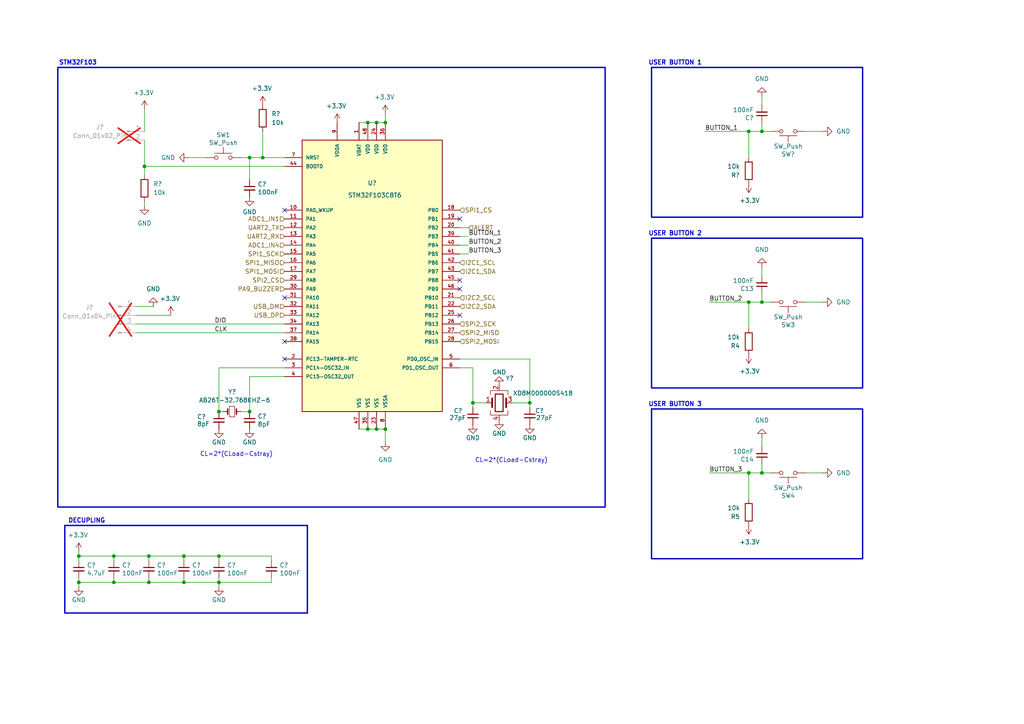
<source format=kicad_sch>
(kicad_sch (version 20250114) (generator "eeschema") (generator_version "9.0")
  (paper "A4")
  (title_block (title "Mini Power Logger") (date "2025-11-06") (rev "V0.1") (company "Mergened") (comment 1 "oesen@mergened.com") (comment 2 "Designed by: Oğuzhan EŞEN"))
  (lib_symbols
    (symbol "Connector:Conn_01x02_Pin" (pin_names (offset 1.016) (hide yes))
      (property "Reference" "J" (at 0 2.54 0))
      (property "Value" "Conn_01x02_Pin" (at 0 -5.08 0))
      (symbol "Conn_01x02_Pin_1_1"
        (pin passive line (at 5.08 0 180) (length 3.81) (name "Pin_1") (number "1"))
        (pin passive line (at 5.08 -2.54 180) (length 3.81) (name "Pin_2") (number "2"))
      )
    )
    (symbol "Connector:Conn_01x04_Pin" (pin_names (offset 1.016) (hide yes))
      (property "Reference" "J" (at 0 5.08 0))
      (property "Value" "Conn_01x04_Pin" (at 0 -7.62 0))
      (symbol "Conn_01x04_Pin_1_1"
        (pin passive line (at 5.08 2.54 180) (length 3.81) (name "Pin_1") (number "1"))
        (pin passive line (at 5.08 0 180) (length 3.81) (name "Pin_2") (number "2"))
        (pin passive line (at 5.08 -2.54 180) (length 3.81) (name "Pin_3") (number "3"))
        (pin passive line (at 5.08 -5.08 180) (length 3.81) (name "Pin_4") (number "4"))
      )
    )
    (symbol "Device:C_Small" (pin_numbers (hide yes)) (pin_names (offset 0.254) (hide yes))
      (property "Reference" "C" (at 0.254 1.778 0))
      (property "Value" "C_Small" (at 0.254 -2.032 0))
      (symbol "C_Small_1_1"
        (pin passive line (at 0 2.54 270) (length 2.032) (name "~") (number "1"))
        (pin passive line (at 0 -2.54 90) (length 2.032) (name "~") (number "2"))
      )
    )
    (symbol "Device:Crystal_GND24" (pin_names (offset 1.016) (hide yes))
      (property "Reference" "Y" (at 3.175 5.08 0))
      (property "Value" "Crystal_GND24" (at 3.175 3.175 0))
      (symbol "Crystal_GND24_1_1"
        (pin passive line (at -3.81 0 0) (length 1.27) (name "1") (number "1"))
        (pin passive line (at 0 5.08 270) (length 1.27) (name "2") (number "2"))
        (pin passive line (at 0 -5.08 90) (length 1.27) (name "4") (number "4"))
        (pin passive line (at 3.81 0 180) (length 1.27) (name "3") (number "3"))
      )
    )
    (symbol "Device:Crystal_Small" (pin_numbers (hide yes)) (pin_names (offset 1.016) (hide yes))
      (property "Reference" "Y" (at 0 2.54 0))
      (property "Value" "Crystal_Small" (at 0 -2.54 0))
      (symbol "Crystal_Small_1_1"
        (pin passive line (at -2.54 0 0) (length 1.27) (name "1") (number "1"))
        (pin passive line (at 2.54 0 180) (length 1.27) (name "2") (number "2"))
      )
    )
    (symbol "Device:R" (pin_numbers (hide yes)) (pin_names (offset 0))
      (property "Reference" "R" (at 2.032 0 90))
      (property "Value" "R" (at 0 0 90))
      (symbol "R_1_1"
        (pin passive line (at 0 3.81 270) (length 1.27) (name "~") (number "1"))
        (pin passive line (at 0 -3.81 90) (length 1.27) (name "~") (number "2"))
      )
    )
    (symbol "GND_1" (power) (pin_numbers (hide yes)) (pin_names (offset 0) (hide yes))
      (property "Value" "GND" (at 0 -3.81 0))
      (symbol "GND_1_1_1"
        (pin power_in line (at 0 0 270) (length 0) (name "~") (number "1"))
      )
    )
    (symbol "GND_2" (power) (pin_numbers (hide yes)) (pin_names (offset 0) (hide yes))
      (property "Value" "GND" (at 0 -3.81 0))
      (symbol "GND_2_1_1"
        (pin power_in line (at 0 0 270) (length 0) (name "~") (number "1"))
      )
    )
    (symbol "STM32F103C8T6:STM32F103C8T6" (pin_names (offset 1.016))
      (property "Reference" "U8" (at 0 28.194 0))
      (property "Value" "STM32F103C8T6" (at 0.762 24.638 0))
      (symbol "STM32F103C8T6_0_0"
        (pin input line (at -25.4 35.56 0) (length 5.08) (name "NRST") (number "7"))
        (pin input line (at -25.4 33.02 0) (length 5.08) (name "BOOT0") (number "44"))
        (pin bidirectional line (at -25.4 20.32 0) (length 5.08) (name "PA0_WKUP") (number "10"))
        (pin bidirectional line (at -25.4 17.78 0) (length 5.08) (name "PA1") (number "11"))
        (pin bidirectional line (at -25.4 15.24 0) (length 5.08) (name "PA2") (number "12"))
        (pin bidirectional line (at -25.4 12.7 0) (length 5.08) (name "PA3") (number "13"))
        (pin bidirectional line (at -25.4 10.16 0) (length 5.08) (name "PA4") (number "14"))
        (pin bidirectional line (at -25.4 7.62 0) (length 5.08) (name "PA5") (number "15"))
        (pin bidirectional line (at -25.4 5.08 0) (length 5.08) (name "PA6") (number "16"))
        (pin bidirectional line (at -25.4 2.54 0) (length 5.08) (name "PA7") (number "17"))
        (pin bidirectional line (at -25.4 0 0) (length 5.08) (name "PA8") (number "29"))
        (pin bidirectional line (at -25.4 -2.54 0) (length 5.08) (name "PA9") (number "30"))
        (pin bidirectional line (at -25.4 -5.08 0) (length 5.08) (name "PA10") (number "31"))
        (pin bidirectional line (at -25.4 -7.62 0) (length 5.08) (name "PA11") (number "32"))
        (pin bidirectional line (at -25.4 -10.16 0) (length 5.08) (name "PA12") (number "33"))
        (pin bidirectional line (at -25.4 -12.7 0) (length 5.08) (name "PA13") (number "34"))
        (pin bidirectional line (at -25.4 -15.24 0) (length 5.08) (name "PA14") (number "37"))
        (pin bidirectional line (at -25.4 -17.78 0) (length 5.08) (name "PA15") (number "38"))
        (pin bidirectional line (at -25.4 -22.86 0) (length 5.08) (name "PC13-TAMPER-RTC") (number "2"))
        (pin bidirectional line (at -25.4 -25.4 0) (length 5.08) (name "PC14-OSC32_IN") (number "3"))
        (pin bidirectional line (at -25.4 -27.94 0) (length 5.08) (name "PC15-OSC32_OUT") (number "4"))
        (pin power_in line (at -10.16 45.72 270) (length 5.08) (name "VDDA") (number "9"))
        (pin bidirectional line (at -3.81 45.72 270) (length 5.08) (name "VBAT") (number "1"))
        (pin power_in line (at -3.81 -43.18 90) (length 5.08) (name "VSS") (number "47"))
        (pin power_in line (at -1.27 45.72 270) (length 5.08) (name "VDD") (number "48"))
        (pin power_in line (at -1.27 -43.18 90) (length 5.08) (name "VSS") (number "35"))
        (pin power_in line (at 1.27 45.72 270) (length 5.08) (name "VDD") (number "24"))
        (pin power_in line (at 1.27 -43.18 90) (length 5.08) (name "VSS") (number "23"))
        (pin power_in line (at 3.81 45.72 270) (length 5.08) (name "VDD") (number "36"))
        (pin power_in line (at 3.81 -43.18 90) (length 5.08) (name "VSSA") (number "8"))
        (pin bidirectional line (at 25.4 20.32 180) (length 5.08) (name "PB0") (number "18"))
        (pin bidirectional line (at 25.4 17.78 180) (length 5.08) (name "PB1") (number "19"))
        (pin bidirectional line (at 25.4 15.24 180) (length 5.08) (name "PB2") (number "20"))
        (pin bidirectional line (at 25.4 12.7 180) (length 5.08) (name "PB3") (number "39"))
        (pin bidirectional line (at 25.4 10.16 180) (length 5.08) (name "PB4") (number "40"))
        (pin bidirectional line (at 25.4 7.62 180) (length 5.08) (name "PB5") (number "41"))
        (pin bidirectional line (at 25.4 5.08 180) (length 5.08) (name "PB6") (number "42"))
        (pin bidirectional line (at 25.4 2.54 180) (length 5.08) (name "PB7") (number "43"))
        (pin bidirectional line (at 25.4 0 180) (length 5.08) (name "PB8") (number "45"))
        (pin bidirectional line (at 25.4 -2.54 180) (length 5.08) (name "PB9") (number "46"))
        (pin bidirectional line (at 25.4 -5.08 180) (length 5.08) (name "PB10") (number "21"))
        (pin bidirectional line (at 25.4 -7.62 180) (length 5.08) (name "PB11") (number "22"))
        (pin bidirectional line (at 25.4 -10.16 180) (length 5.08) (name "PB12") (number "25"))
        (pin bidirectional line (at 25.4 -12.7 180) (length 5.08) (name "PB13") (number "26"))
        (pin bidirectional line (at 25.4 -15.24 180) (length 5.08) (name "PB14") (number "27"))
        (pin bidirectional line (at 25.4 -17.78 180) (length 5.08) (name "PB15") (number "28"))
        (pin bidirectional line (at 25.4 -22.86 180) (length 5.08) (name "PD0_OSC_IN") (number "5"))
        (pin bidirectional line (at 25.4 -25.4 180) (length 5.08) (name "PD1_OSC_OUT") (number "6"))
      )
    )
    (symbol "Switch:SW_Push" (pin_numbers (hide yes)) (pin_names (offset 1.016) (hide yes))
      (property "Reference" "SW" (at 1.27 2.54 0))
      (property "Value" "SW_Push" (at 0 -1.524 0))
      (symbol "SW_Push_0_1"
        (pin passive line (at -5.08 0 0) (length 2.54) (name "1") (number "1"))
        (pin passive line (at 5.08 0 180) (length 2.54) (name "2") (number "2"))
      )
    )
    (symbol "power:+3.3V" (power) (pin_names (offset 0))
      (property "Value" "+3.3V" (at 0 3.556 0))
      (symbol "+3.3V_1_1"
        (pin power_in line (at 0 0 90) (length 0) (hide yes) (name "+3.3V") (number "1"))
      )
    )
    (symbol "power:GND" (power) (pin_names (offset 0))
      (property "Value" "GND" (at 0 -3.81 0))
      (symbol "GND_1_1"
        (pin power_in line (at 0 0 270) (length 0) (hide yes) (name "GND") (number "1"))
      )
    )
  )
  (rectangle (start 188.976 69.088) (end 250.19 112.522) (stroke (width 0.4)))
  (rectangle (start 16.764 19.558) (end 175.514 147.066) (stroke (width 0.4)))
  (rectangle (start 188.976 19.558) (end 250.19 62.992) (stroke (width 0.4)))
  (rectangle (start 188.976 118.618) (end 250.19 162.052) (stroke (width 0.4)))
  (rectangle (start 18.796 152.4) (end 89.154 177.8) (stroke (width 0.4)))
  (text "USER BUTTON 3\n" (at 195.834 117.348 0) (effects (font (size 1.27 1.27) (thickness 0.254) (bold yes))))
  (text "CL=2*(CLoad-Cstray)" (at 68.58 131.826 0) (effects (font (size 1.27 1.27))))
  (text "STM32F103" (at 22.606 18.288 0) (effects (font (size 1.27 1.27) (thickness 0.254) (bold yes))))
  (text "CL=2*(CLoad-Cstray)" (at 148.336 133.604 0) (effects (font (size 1.27 1.27))))
  (text "USER BUTTON 1\n" (at 195.834 18.288 0) (effects (font (size 1.27 1.27) (thickness 0.254) (bold yes))))
  (text "USER BUTTON 2" (at 195.834 67.818 0) (effects (font (size 1.27 1.27) (thickness 0.254) (bold yes))))
  (text "DECUPLING\n" (at 25.146 151.13 0) (effects (font (size 1.27 1.27) (thickness 0.254) (bold yes))))
  (junction (at 217.17 38.1))
  (junction (at 63.5 161.29))
  (junction (at 72.39 119.38))
  (junction (at 137.16 116.84))
  (junction (at 153.67 116.84))
  (junction (at 109.22 35.56))
  (junction (at 43.18 161.29))
  (junction (at 72.39 45.72))
  (junction (at 22.86 161.29))
  (junction (at 109.22 124.46))
  (junction (at 220.98 87.63))
  (junction (at 63.5 119.38))
  (junction (at 53.34 161.29))
  (junction (at 53.34 168.91))
  (junction (at 106.68 35.56))
  (junction (at 217.17 87.63))
  (junction (at 43.18 168.91))
  (junction (at 106.68 124.46))
  (junction (at 111.76 35.56))
  (junction (at 22.86 168.91))
  (junction (at 220.98 38.1))
  (junction (at 41.91 48.26))
  (junction (at 217.17 137.16))
  (junction (at 111.76 124.46))
  (junction (at 220.98 137.16))
  (junction (at 63.5 168.91))
  (junction (at 76.2 45.72))
  (junction (at 33.02 161.29))
  (junction (at 33.02 168.91))
  (no_connect (at 133.35 83.82))
  (no_connect (at 82.55 104.14))
  (no_connect (at 133.35 91.44))
  (no_connect (at 133.35 81.28))
  (no_connect (at 82.55 99.06))
  (no_connect (at 82.55 86.36))
  (no_connect (at 133.35 63.5))
  (no_connect (at 82.55 60.96))
  (wire (pts (xy 137.16 118.11) (xy 137.16 116.84)))
  (wire (pts (xy 153.67 104.14) (xy 153.67 116.84)))
  (wire (pts (xy 53.34 167.64) (xy 53.34 168.91)))
  (wire (pts (xy 220.98 38.1) (xy 220.98 35.56)))
  (wire (pts (xy 53.34 162.56) (xy 53.34 161.29)))
  (wire (pts (xy 223.52 137.16) (xy 220.98 137.16)))
  (wire (pts (xy 43.18 162.56) (xy 43.18 161.29)))
  (wire (pts (xy 217.17 95.25) (xy 217.17 87.63)))
  (wire (pts (xy 41.91 59.69) (xy 41.91 58.42)))
  (wire (pts (xy 137.16 116.84) (xy 140.97 116.84)))
  (wire (pts (xy 104.14 124.46) (xy 106.68 124.46)))
  (wire (pts (xy 72.39 109.22) (xy 82.55 109.22)))
  (wire (pts (xy 76.2 38.1) (xy 76.2 45.72)))
  (wire (pts (xy 220.98 30.48) (xy 220.98 27.94)))
  (wire (pts (xy 148.59 116.84) (xy 153.67 116.84)))
  (wire (pts (xy 220.98 80.01) (xy 220.98 77.47)))
  (wire (pts (xy 111.76 124.46) (xy 111.76 128.27)))
  (wire (pts (xy 217.17 144.78) (xy 217.17 137.16)))
  (wire (pts (xy 205.74 137.16) (xy 217.17 137.16)))
  (wire (pts (xy 72.39 119.38) (xy 72.39 109.22)))
  (wire (pts (xy 33.02 161.29) (xy 22.86 161.29)))
  (wire (pts (xy 223.52 87.63) (xy 220.98 87.63)))
  (wire (pts (xy 76.2 45.72) (xy 82.55 45.72)))
  (wire (pts (xy 238.76 87.63) (xy 233.68 87.63)))
  (wire (pts (xy 238.76 38.1) (xy 233.68 38.1)))
  (wire (pts (xy 217.17 45.72) (xy 217.17 38.1)))
  (wire (pts (xy 39.37 96.52) (xy 82.55 96.52)))
  (wire (pts (xy 43.18 168.91) (xy 53.34 168.91)))
  (wire (pts (xy 104.14 35.56) (xy 106.68 35.56)))
  (wire (pts (xy 53.34 161.29) (xy 43.18 161.29)))
  (wire (pts (xy 43.18 167.64) (xy 43.18 168.91)))
  (wire (pts (xy 22.86 161.29) (xy 22.86 162.56)))
  (wire (pts (xy 41.91 40.64) (xy 41.91 48.26)))
  (wire (pts (xy 43.18 161.29) (xy 33.02 161.29)))
  (wire (pts (xy 111.76 33.02) (xy 111.76 35.56)))
  (wire (pts (xy 39.37 88.9) (xy 44.45 88.9)))
  (wire (pts (xy 63.5 162.56) (xy 63.5 161.29)))
  (wire (pts (xy 205.74 87.63) (xy 217.17 87.63)))
  (wire (pts (xy 41.91 48.26) (xy 82.55 48.26)))
  (wire (pts (xy 22.86 168.91) (xy 33.02 168.91)))
  (wire (pts (xy 41.91 48.26) (xy 41.91 50.8)))
  (wire (pts (xy 63.5 168.91) (xy 63.5 170.18)))
  (wire (pts (xy 238.76 137.16) (xy 233.68 137.16)))
  (wire (pts (xy 41.91 31.75) (xy 41.91 38.1)))
  (wire (pts (xy 137.16 106.68) (xy 137.16 116.84)))
  (wire (pts (xy 54.61 45.72) (xy 59.69 45.72)))
  (wire (pts (xy 63.5 167.64) (xy 63.5 168.91)))
  (wire (pts (xy 33.02 168.91) (xy 43.18 168.91)))
  (wire (pts (xy 135.89 66.04) (xy 133.35 66.04)))
  (wire (pts (xy 133.35 71.12) (xy 135.89 71.12)))
  (wire (pts (xy 63.5 168.91) (xy 78.74 168.91)))
  (wire (pts (xy 220.98 137.16) (xy 217.17 137.16)))
  (wire (pts (xy 72.39 119.38) (xy 69.85 119.38)))
  (wire (pts (xy 133.35 68.58) (xy 135.89 68.58)))
  (wire (pts (xy 109.22 124.46) (xy 111.76 124.46)))
  (wire (pts (xy 72.39 45.72) (xy 76.2 45.72)))
  (wire (pts (xy 72.39 45.72) (xy 72.39 52.07)))
  (wire (pts (xy 53.34 168.91) (xy 63.5 168.91)))
  (wire (pts (xy 220.98 129.54) (xy 220.98 127)))
  (wire (pts (xy 63.5 119.38) (xy 63.5 106.68)))
  (wire (pts (xy 22.86 167.64) (xy 22.86 168.91)))
  (wire (pts (xy 63.5 161.29) (xy 78.74 161.29)))
  (wire (pts (xy 33.02 161.29) (xy 33.02 162.56)))
  (wire (pts (xy 22.86 160.02) (xy 22.86 161.29)))
  (wire (pts (xy 78.74 161.29) (xy 78.74 162.56)))
  (wire (pts (xy 220.98 87.63) (xy 217.17 87.63)))
  (wire (pts (xy 63.5 161.29) (xy 53.34 161.29)))
  (wire (pts (xy 39.37 93.98) (xy 82.55 93.98)))
  (wire (pts (xy 220.98 87.63) (xy 220.98 85.09)))
  (wire (pts (xy 220.98 137.16) (xy 220.98 134.62)))
  (wire (pts (xy 22.86 168.91) (xy 22.86 170.18)))
  (wire (pts (xy 133.35 104.14) (xy 153.67 104.14)))
  (wire (pts (xy 137.16 106.68) (xy 133.35 106.68)))
  (wire (pts (xy 223.52 38.1) (xy 220.98 38.1)))
  (wire (pts (xy 33.02 168.91) (xy 33.02 167.64)))
  (wire (pts (xy 106.68 35.56) (xy 109.22 35.56)))
  (wire (pts (xy 153.67 118.11) (xy 153.67 116.84)))
  (wire (pts (xy 109.22 35.56) (xy 111.76 35.56)))
  (wire (pts (xy 39.37 91.44) (xy 49.53 91.44)))
  (wire (pts (xy 220.98 38.1) (xy 217.17 38.1)))
  (wire (pts (xy 69.85 45.72) (xy 72.39 45.72)))
  (wire (pts (xy 133.35 73.66) (xy 135.89 73.66)))
  (wire (pts (xy 78.74 167.64) (xy 78.74 168.91)))
  (wire (pts (xy 106.68 124.46) (xy 109.22 124.46)))
  (wire (pts (xy 204.47 38.1) (xy 217.17 38.1)))
  (wire (pts (xy 63.5 119.38) (xy 64.77 119.38)))
  (wire (pts (xy 63.5 106.68) (xy 82.55 106.68)))
  (label "BUTTON_3" (at 205.74 137.16 0))
  (label "BUTTON_1" (at 135.89 68.58 0))
  (label "BUTTON_3" (at 135.89 73.66 0))
  (label "DIO" (at 62.23 93.98 0))
  (label "BUTTON_2" (at 205.74 87.63 0))
  (label "CLK" (at 62.23 96.52 0))
  (label "BUTTON_2" (at 135.89 71.12 0))
  (label "BUTTON_1" (at 204.47 38.1 0))
  (hierarchical_label "SPI2_MOSI" (shape input) (at 133.35 99.06 0))
  (hierarchical_label "SPI1_CS" (shape input) (at 133.35 60.96 0))
  (hierarchical_label "ADC1_IN4" (shape input) (at 82.55 71.12 180))
  (hierarchical_label "I2C2_SDA" (shape input) (at 133.35 88.9 0))
  (hierarchical_label "ALERT" (shape input) (at 135.89 66.04 0))
  (hierarchical_label "I2C1_SDA" (shape input) (at 133.35 78.74 0))
  (hierarchical_label "PA9_BUZZER" (shape input) (at 82.55 83.82 180))
  (hierarchical_label "UART2_TX" (shape input) (at 82.55 66.04 180))
  (hierarchical_label "I2C1_SCL" (shape input) (at 133.35 76.2 0))
  (hierarchical_label "USB_DP" (shape input) (at 82.55 91.44 180))
  (hierarchical_label "SPI1_MISO" (shape input) (at 82.55 76.2 180))
  (hierarchical_label "SPI1_SCK" (shape input) (at 82.55 73.66 180))
  (hierarchical_label "SPI2_MISO" (shape input) (at 133.35 96.52 0))
  (hierarchical_label "I2C2_SCL" (shape input) (at 133.35 86.36 0))
  (hierarchical_label "SPI2_CS" (shape input) (at 82.55 81.28 180))
  (hierarchical_label "USB_DM" (shape input) (at 82.55 88.9 180))
  (hierarchical_label "SPI2_SCK" (shape input) (at 133.35 93.98 0))
  (hierarchical_label "SPI1_MOSI" (shape input) (at 82.55 78.74 180))
  (hierarchical_label "UART2_RX" (shape input) (at 82.55 68.58 180))
  (hierarchical_label "ADC1_IN1" (shape input) (at 82.55 63.5 180))
  (symbol (lib_name "GND_1") (lib_id "power:GND") (at 238.76 87.63 90) (unit 1)
    (property "Reference" "#PWR030" (effects (hide yes)))
    (property "Value" "GND" (at 242.57 87.6301 90) (effects (justify right)))
    (property "Description" "Power symbol creates a global label with name \"GND\" , ground" (effects (hide yes)))
  )
  (symbol (lib_id "Device:C_Small") (at 153.67 120.65 0) (unit 1)
    (property "Reference" "C11" (at 155.194 119.126 0) (effects (justify left)))
    (property "Value" "27pF" (at 155.448 121.158 0) (effects (justify left)))
    (property "Footprint" "Capacitor_SMD:C_0603_1608Metric" (effects (hide yes)))
    (property "Description" "27 pF ±2% 50V Ceramic Capacitor C0G, NP0 0402 (1005 Metric)" (effects (hide yes)))
    (property "DIGIKEY" "  2571-GMC04CG270G50NTTR-ND" (effects (hide yes)))
    (property "DigiKey" "  2571-GMC04CG270G50NTTR-ND" (effects (hide yes)))
    (property "Ozdisan part" "CL10C270JB8NNNC" (effects (hide yes)))
    (property "OZDISAN" "CL10C270JB8NNNC" (effects (hide yes)))
    (property "özdisan" "CL10C270JB8NNNC" (effects (hide yes)))
    (instances (project "4-20mACurrentTransmitter" (path "" (reference "C?") (unit 1))) (project "Suas_Project2" (path "" (reference "C12") (unit 1))) (project "4-20mACurrentTransmitter" (path "" (reference "C?") (unit 1))) (project "4-20mACurrentTransmitter" (path "" (reference "C?") (unit 1))) (project "mini_power_logger" (path "" (reference "C11") (unit 1))))
  )
  (symbol (lib_id "Device:Crystal_Small") (at 67.31 119.38 0) (unit 1)
    (property "Reference" "Y1" (at 67.31 113.665 0))
    (property "Value" "AB26T-32.768KHZ-6" (at 68.072 116.078 0))
    (property "Footprint" "footprints:XTAL_AB26T-32.768KHZ-6" (effects (hide yes)))
    (property "Description" "CRYSTAL 32.7680KHZ 6PF TH" (effects (hide yes)))
    (property "DIGIKEY" "535-AB26T-32.768KHZ-6TR-ND" (effects (hide yes)))
    (property "DigiKey" "535-AB26T-32.768KHZ-6TR-ND" (effects (hide yes)))
    (property "Ozdisan part" "R26-32.768-12.5-EXT" (effects (hide yes)))
    (property "OZDISAN" "R26-32.768-12.5-EXT" (effects (hide yes)))
    (property "özdisan" "R26-32.768-12.5-EXT" (effects (hide yes)))
    (instances (project "4-20mACurrentTransmitter" (path "" (reference "Y?") (unit 1))) (project "Suas_Project2" (path "" (reference "Y1") (unit 1))) (project "4-20mACurrentTransmitter" (path "" (reference "Y?") (unit 1))) (project "4-20mACurrentTransmitter" (path "" (reference "Y?") (unit 1))) (project "mini_power_logger" (path "" (reference "Y1") (unit 1))))
  )
  (symbol (lib_name "GND_1") (lib_id "power:GND") (at 238.76 38.1 90) (unit 1)
    (property "Reference" "#PWR029" (effects (hide yes)))
    (property "Value" "GND" (at 242.57 38.1001 90) (effects (justify right)))
    (property "Description" "Power symbol creates a global label with name \"GND\" , ground" (effects (hide yes)))
    (instances (project "4-20mACurrentTransmitter" (path "" (reference "#PWR?") (unit 1))) (project "Suas_Project2" (path "" (reference "#PWR038") (unit 1))) (project "4-20mACurrentTransmitter" (path "" (reference "#PWR?") (unit 1))) (project "4-20mACurrentTransmitter" (path "" (reference "#PWR?") (unit 1))) (project "mini_power_logger" (path "" (reference "#PWR029") (unit 1))))
  )
  (symbol (lib_name "GND_1") (lib_id "power:GND") (at 220.98 27.94 180) (unit 1)
    (property "Reference" "#PWR026" (effects (hide yes)))
    (property "Value" "GND" (at 220.98 22.86 0))
    (property "Description" "Power symbol creates a global label with name \"GND\" , ground" (effects (hide yes)))
    (instances (project "4-20mACurrentTransmitter" (path "" (reference "#PWR?") (unit 1))) (project "Suas_Project2" (path "" (reference "#PWR031") (unit 1))) (project "4-20mACurrentTransmitter" (path "" (reference "#PWR?") (unit 1))) (project "4-20mACurrentTransmitter" (path "" (reference "#PWR?") (unit 1))) (project "mini_power_logger" (path "" (reference "#PWR026") (unit 1))))
  )
  (symbol (lib_id "Device:C_Small") (at 63.5 121.92 0) (unit 1)
    (property "Reference" "C5" (at 57.15 120.904 0) (effects (justify left)))
    (property "Value" "8pF" (at 57.15 122.936 0) (effects (justify left)))
    (property "Footprint" "Capacitor_SMD:C_0603_1608Metric" (effects (hide yes)))
    (property "Description" "CAP CER 8PF 50V C0G/NP0 0402" (effects (hide yes)))
    (property "DIGIKEY" "490-8230-2-ND" (effects (hide yes)))
    (property "DigiKey" "490-8230-2-ND" (effects (hide yes)))
    (property "Ozdisan part" "CC0603CRNPO9BN6R8" (effects (hide yes)))
    (property "OZDISAN" "CC0603CRNPO9BN6R8" (effects (hide yes)))
    (property "özdisan" "CC0603CRNPO9BN6R8" (effects (hide yes)))
    (instances (project "4-20mACurrentTransmitter" (path "" (reference "C?") (unit 1))) (project "Suas_Project2" (path "" (reference "C2") (unit 1))) (project "4-20mACurrentTransmitter" (path "" (reference "C?") (unit 1))) (project "4-20mACurrentTransmitter" (path "" (reference "C?") (unit 1))) (project "mini_power_logger" (path "" (reference "C5") (unit 1))))
  )
  (symbol (lib_id "power:+3.3V") (at 97.79 35.56 0) (unit 1)
    (property "Reference" "#PWR016" (effects (hide yes)))
    (property "Value" "+3.3V" (at 97.536 30.734 0))
    (instances (project "4-20mACurrentTransmitter" (path "" (reference "#PWR?") (unit 1))) (project "Suas_Project2" (path "" (reference "#PWR014") (unit 1))) (project "4-20mACurrentTransmitter" (path "" (reference "#PWR?") (unit 1))) (project "4-20mACurrentTransmitter" (path "" (reference "#PWR?") (unit 1))) (project "mini_power_logger" (path "" (reference "#PWR016") (unit 1))))
  )
  (symbol (lib_name "GND_2") (lib_id "power:GND") (at 111.76 128.27 0) (unit 1)
    (property "Reference" "#PWR018" (effects (hide yes)))
    (property "Value" "GND" (at 111.76 133.35 0))
    (property "Description" "Power symbol creates a global label with name \"GND\" , ground" (effects (hide yes)))
    (instances (project "4-20mACurrentTransmitter" (path "" (reference "#PWR?") (unit 1))) (project "Suas_Project2" (path "" (reference "#PWR017") (unit 1))) (project "4-20mACurrentTransmitter" (path "" (reference "#PWR?") (unit 1))) (project "4-20mACurrentTransmitter" (path "" (reference "#PWR?") (unit 1))) (project "mini_power_logger" (path "" (reference "#PWR018") (unit 1))))
  )
  (symbol (lib_id "power:+3.3V") (at 22.86 160.02 0) (unit 1)
    (property "Reference" "#PWR04" (effects (hide yes)))
    (property "Value" "+3.3V" (at 22.606 155.194 0))
    (instances (project "4-20mACurrentTransmitter" (path "" (reference "#PWR?") (unit 1))) (project "Suas_Project2" (path "" (reference "#PWR09") (unit 1))) (project "4-20mACurrentTransmitter" (path "" (reference "#PWR?") (unit 1))) (project "4-20mACurrentTransmitter" (path "" (reference "#PWR?") (unit 1))) (project "mini_power_logger" (path "" (reference "#PWR04") (unit 1))))
  )
  (symbol (lib_id "Device:C_Small") (at 53.34 165.1 0) (unit 1)
    (property "Reference" "C4" (at 55.6768 163.9316 0) (effects (justify left)))
    (property "Value" "100nF" (at 55.6768 166.243 0) (effects (justify left)))
    (property "Footprint" "Capacitor_SMD:C_0603_1608Metric" (effects (hide yes)))
    (property "Description" "CAP SMD,0402,X7R,100NF,10%,50V 1" (effects (hide yes)))
    (property "DIGIKEY" "  3372-0402B104K500HITR-ND" (effects (hide yes)))
    (property "DigiKey" "  3372-0402B104K500HITR-ND" (effects (hide yes)))
    (property "Ozdisan part" "CC0603KRX7R9BB104" (effects (hide yes)))
    (property "OZDISAN" "CC0603KRX7R9BB104 " (effects (hide yes)))
    (property "özdisan" "CC0603KRX7R9BB104 " (effects (hide yes)))
    (instances (project "4-20mACurrentTransmitter" (path "" (reference "C?") (unit 1))) (project "Suas_Project2" (path "" (reference "C8") (unit 1))) (project "4-20mACurrentTransmitter" (path "" (reference "C?") (unit 1))) (project "4-20mACurrentTransmitter" (path "" (reference "C?") (unit 1))) (project "mini_power_logger" (path "" (reference "C4") (unit 1))))
  )
  (symbol (lib_id "Device:R") (at 217.17 148.59 180) (unit 1)
    (property "Reference" "R5" (at 214.63 149.8601 0) (effects (justify left)))
    (property "Value" "10k" (at 214.63 147.3201 0) (effects (justify left)))
    (property "Footprint" "Resistor_SMD:R_0603_1608Metric" (effects (hide yes)))
    (property "Description" "RES 10K OHM 5% 1/16W 0402" (effects (hide yes)))
    (property "DIGIKEY" "311-10KJRTR-ND " (effects (hide yes)))
    (property "DigiKey" "311-10KJRTR-ND " (effects (hide yes)))
    (property "Ozdisan part" "TC0250D1002TCC" (effects (hide yes)))
    (property "OZDISAN" "AC0201JR-0710KL  " (effects (hide yes)))
    (property "özdisan" "RC0603JR-0710KL" (effects (hide yes)))
  )
  (symbol (lib_id "Connector:Conn_01x04_Pin") (at 34.29 91.44 0) (unit 1) (dnp yes)
    (property "Reference" "J5" (at 25.908 89.154 0))
    (property "Value" "Conn_01x04_Pin" (at 25.908 91.694 0))
    (property "Footprint" "Connector_PinHeader_2.54mm:PinHeader_1x04_P2.54mm_Vertical" (effects (hide yes)))
    (property "Description" "Generic connector, single row, 01x04, script generated" (effects (hide yes)))
    (property "DIGIKEY" "732-5317-ND" (effects (hide yes)))
    (property "DigiKey" "732-5317-ND" (effects (hide yes)))
    (instances (project "4-20mACurrentTransmitter" (path "" (reference "J?") (unit 1))) (project "Suas_Project2" (path "" (reference "J2") (unit 1))) (project "4-20mACurrentTransmitter" (path "" (reference "J?") (unit 1))) (project "4-20mACurrentTransmitter" (path "" (reference "J?") (unit 1))) (project "mini_power_logger" (path "" (reference "J5") (unit 1))))
  )
  (symbol (lib_id "power:GND") (at 63.5 170.18 0) (unit 1)
    (property "Reference" "#PWR012" (effects (hide yes)))
    (property "Value" "GND" (at 63.5 173.99 0))
    (instances (project "4-20mACurrentTransmitter" (path "" (reference "#PWR?") (unit 1))) (project "Suas_Project2" (path "" (reference "#PWR015") (unit 1))) (project "4-20mACurrentTransmitter" (path "" (reference "#PWR?") (unit 1))) (project "4-20mACurrentTransmitter" (path "" (reference "#PWR?") (unit 1))) (project "mini_power_logger" (path "" (reference "#PWR012") (unit 1))))
  )
  (symbol (lib_id "power:+3.3V") (at 76.2 30.48 0) (unit 1)
    (property "Reference" "#PWR015" (effects (hide yes)))
    (property "Value" "+3.3V" (at 75.946 25.654 0))
    (instances (project "4-20mACurrentTransmitter" (path "" (reference "#PWR?") (unit 1))) (project "Suas_Project2" (path "" (reference "#PWR013") (unit 1))) (project "4-20mACurrentTransmitter" (path "" (reference "#PWR?") (unit 1))) (project "4-20mACurrentTransmitter" (path "" (reference "#PWR?") (unit 1))) (project "mini_power_logger" (path "" (reference "#PWR015") (unit 1))))
  )
  (symbol (lib_id "Device:C_Small") (at 43.18 165.1 0) (unit 1)
    (property "Reference" "C3" (at 45.5168 163.9316 0) (effects (justify left)))
    (property "Value" "100nF" (at 45.5168 166.243 0) (effects (justify left)))
    (property "Footprint" "Capacitor_SMD:C_0603_1608Metric" (effects (hide yes)))
    (property "Description" "CAP SMD,0402,X7R,100NF,10%,50V 1" (effects (hide yes)))
    (property "DIGIKEY" "  3372-0402B104K500HITR-ND" (effects (hide yes)))
    (property "DigiKey" "  3372-0402B104K500HITR-ND" (effects (hide yes)))
    (property "Ozdisan part" "CC0603KRX7R9BB104" (effects (hide yes)))
    (property "OZDISAN" "CC0603KRX7R9BB104 " (effects (hide yes)))
    (property "özdisan" "CC0603KRX7R9BB104 " (effects (hide yes)))
    (instances (project "4-20mACurrentTransmitter" (path "" (reference "C?") (unit 1))) (project "Suas_Project2" (path "" (reference "C7") (unit 1))) (project "4-20mACurrentTransmitter" (path "" (reference "C?") (unit 1))) (project "4-20mACurrentTransmitter" (path "" (reference "C?") (unit 1))) (project "mini_power_logger" (path "" (reference "C3") (unit 1))))
  )
  (symbol (lib_id "power:GND") (at 63.5 124.46 0) (unit 1)
    (property "Reference" "#PWR011" (effects (hide yes)))
    (property "Value" "GND" (at 63.5 128.27 0))
    (instances (project "4-20mACurrentTransmitter" (path "" (reference "#PWR?") (unit 1))) (project "Suas_Project2" (path "" (reference "#PWR08") (unit 1))) (project "4-20mACurrentTransmitter" (path "" (reference "#PWR?") (unit 1))) (project "4-20mACurrentTransmitter" (path "" (reference "#PWR?") (unit 1))) (project "mini_power_logger" (path "" (reference "#PWR011") (unit 1))))
  )
  (symbol (lib_id "Device:C_Small") (at 63.5 165.1 0) (unit 1)
    (property "Reference" "C6" (at 65.8368 163.9316 0) (effects (justify left)))
    (property "Value" "100nF" (at 65.8368 166.243 0) (effects (justify left)))
    (property "Footprint" "Capacitor_SMD:C_0603_1608Metric" (effects (hide yes)))
    (property "Description" "CAP SMD,0402,X7R,100NF,10%,50V 1" (effects (hide yes)))
    (property "DIGIKEY" "  3372-0402B104K500HITR-ND" (effects (hide yes)))
    (property "DigiKey" "  3372-0402B104K500HITR-ND" (effects (hide yes)))
    (property "Ozdisan part" "CC0603KRX7R9BB104" (effects (hide yes)))
    (property "OZDISAN" "CC0603KRX7R9BB104 " (effects (hide yes)))
    (property "özdisan" "CC0603KRX7R9BB104 " (effects (hide yes)))
    (instances (project "4-20mACurrentTransmitter" (path "" (reference "C?") (unit 1))) (project "Suas_Project2" (path "" (reference "C9") (unit 1))) (project "4-20mACurrentTransmitter" (path "" (reference "C?") (unit 1))) (project "4-20mACurrentTransmitter" (path "" (reference "C?") (unit 1))) (project "mini_power_logger" (path "" (reference "C6") (unit 1))))
  )
  (symbol (lib_id "power:GND") (at 144.78 121.92 0) (unit 1)
    (property "Reference" "#PWR021" (effects (hide yes)))
    (property "Value" "GND" (at 144.78 125.73 0))
    (instances (project "4-20mACurrentTransmitter" (path "" (reference "#PWR?") (unit 1))) (project "Suas_Project2" (path "" (reference "#PWR020") (unit 1))) (project "4-20mACurrentTransmitter" (path "" (reference "#PWR?") (unit 1))) (project "4-20mACurrentTransmitter" (path "" (reference "#PWR?") (unit 1))) (project "mini_power_logger" (path "" (reference "#PWR021") (unit 1))))
  )
  (symbol (lib_id "Device:C_Small") (at 220.98 33.02 180) (unit 1)
    (property "Reference" "C12" (at 218.6432 34.1884 0) (effects (justify left)))
    (property "Value" "100nF" (at 218.6432 31.877 0) (effects (justify left)))
    (property "Footprint" "Capacitor_SMD:C_0603_1608Metric" (effects (hide yes)))
    (property "Description" "CAP SMD,0402,X7R,100NF,10%,50V 1" (effects (hide yes)))
    (property "DIGIKEY" "  3372-0402B104K500HITR-ND" (effects (hide yes)))
    (property "DigiKey" "  3372-0402B104K500HITR-ND" (effects (hide yes)))
    (property "Ozdisan part" "CC0603KRX7R9BB104" (effects (hide yes)))
    (property "OZDISAN" "CC0603KRX7R9BB104 " (effects (hide yes)))
    (property "özdisan" "CC0603KRX7R9BB104 " (effects (hide yes)))
    (instances (project "4-20mACurrentTransmitter" (path "" (reference "C?") (unit 1))) (project "Suas_Project2" (path "" (reference "C16") (unit 1))) (project "4-20mACurrentTransmitter" (path "" (reference "C?") (unit 1))) (project "4-20mACurrentTransmitter" (path "" (reference "C?") (unit 1))) (project "mini_power_logger" (path "" (reference "C12") (unit 1))))
  )
  (symbol (lib_name "GND_1") (lib_id "power:GND") (at 220.98 77.47 180) (unit 1)
    (property "Reference" "#PWR027" (effects (hide yes)))
    (property "Value" "GND" (at 220.98 72.39 0))
    (property "Description" "Power symbol creates a global label with name \"GND\" , ground" (effects (hide yes)))
  )
  (symbol (lib_id "power:+3.3V") (at 49.53 91.44 0) (unit 1)
    (property "Reference" "#PWR09" (effects (hide yes)))
    (property "Value" "+3.3V" (at 49.276 86.614 0))
    (instances (project "4-20mACurrentTransmitter" (path "" (reference "#PWR?") (unit 1))) (project "Suas_Project2" (path "" (reference "#PWR06") (unit 1))) (project "4-20mACurrentTransmitter" (path "" (reference "#PWR?") (unit 1))) (project "4-20mACurrentTransmitter" (path "" (reference "#PWR?") (unit 1))) (project "mini_power_logger" (path "" (reference "#PWR09") (unit 1))))
  )
  (symbol (lib_name "GND_1") (lib_id "power:GND") (at 44.45 88.9 180) (unit 1)
    (property "Reference" "#PWR08" (effects (hide yes)))
    (property "Value" "GND" (at 44.45 83.82 0))
    (property "Description" "Power symbol creates a global label with name \"GND\" , ground" (effects (hide yes)))
    (instances (project "Suas_Project2" (path "" (reference "#PWR05") (unit 1))) (project "mini_power_logger" (path "" (reference "#PWR08") (unit 1))))
  )
  (symbol (lib_id "Device:R") (at 217.17 99.06 180) (unit 1)
    (property "Reference" "R4" (at 214.63 100.3301 0) (effects (justify left)))
    (property "Value" "10k" (at 214.63 97.7901 0) (effects (justify left)))
    (property "Footprint" "Resistor_SMD:R_0603_1608Metric" (effects (hide yes)))
    (property "Description" "RES 10K OHM 5% 1/16W 0402" (effects (hide yes)))
    (property "DIGIKEY" "311-10KJRTR-ND " (effects (hide yes)))
    (property "DigiKey" "311-10KJRTR-ND " (effects (hide yes)))
    (property "Ozdisan part" "TC0250D1002TCC" (effects (hide yes)))
    (property "OZDISAN" "AC0201JR-0710KL  " (effects (hide yes)))
    (property "özdisan" "RC0603JR-0710KL" (effects (hide yes)))
  )
  (symbol (lib_id "power:GND") (at 153.67 123.19 0) (unit 1)
    (property "Reference" "#PWR022" (effects (hide yes)))
    (property "Value" "GND" (at 153.67 127 0))
    (instances (project "4-20mACurrentTransmitter" (path "" (reference "#PWR?") (unit 1))) (project "Suas_Project2" (path "" (reference "#PWR021") (unit 1))) (project "4-20mACurrentTransmitter" (path "" (reference "#PWR?") (unit 1))) (project "4-20mACurrentTransmitter" (path "" (reference "#PWR?") (unit 1))) (project "mini_power_logger" (path "" (reference "#PWR022") (unit 1))))
  )
  (symbol (lib_name "GND_1") (lib_id "power:GND") (at 41.91 59.69 0) (unit 1)
    (property "Reference" "#PWR07" (effects (hide yes)))
    (property "Value" "GND" (at 41.91 64.77 0))
    (property "Description" "Power symbol creates a global label with name \"GND\" , ground" (effects (hide yes)))
    (instances (project "4-20mACurrentTransmitter" (path "" (reference "#PWR?") (unit 1))) (project "Suas_Project2" (path "" (reference "#PWR04") (unit 1))) (project "4-20mACurrentTransmitter" (path "" (reference "#PWR?") (unit 1))) (project "4-20mACurrentTransmitter" (path "" (reference "#PWR?") (unit 1))) (project "mini_power_logger" (path "" (reference "#PWR07") (unit 1))))
  )
  (symbol (lib_id "power:+3.3V") (at 217.17 152.4 180) (unit 1)
    (property "Reference" "#PWR025" (effects (hide yes)))
    (property "Value" "+3.3V" (at 217.424 157.226 0))
  )
  (symbol (lib_id "power:GND") (at 22.86 170.18 0) (unit 1)
    (property "Reference" "#PWR05" (effects (hide yes)))
    (property "Value" "GND" (at 22.86 173.99 0))
    (instances (project "4-20mACurrentTransmitter" (path "" (reference "#PWR?") (unit 1))) (project "Suas_Project2" (path "" (reference "#PWR010") (unit 1))) (project "4-20mACurrentTransmitter" (path "" (reference "#PWR?") (unit 1))) (project "4-20mACurrentTransmitter" (path "" (reference "#PWR?") (unit 1))) (project "mini_power_logger" (path "" (reference "#PWR05") (unit 1))))
  )
  (symbol (lib_id "power:GND") (at 144.78 111.76 180) (unit 1)
    (property "Reference" "#PWR020" (effects (hide yes)))
    (property "Value" "GND" (at 144.78 107.95 0))
    (instances (project "4-20mACurrentTransmitter" (path "" (reference "#PWR?") (unit 1))) (project "Suas_Project2" (path "" (reference "#PWR019") (unit 1))) (project "4-20mACurrentTransmitter" (path "" (reference "#PWR?") (unit 1))) (project "4-20mACurrentTransmitter" (path "" (reference "#PWR?") (unit 1))) (project "mini_power_logger" (path "" (reference "#PWR020") (unit 1))))
  )
  (symbol (lib_id "power:GND") (at 72.39 124.46 0) (unit 1)
    (property "Reference" "#PWR014" (effects (hide yes)))
    (property "Value" "GND" (at 72.39 128.27 0))
    (instances (project "4-20mACurrentTransmitter" (path "" (reference "#PWR?") (unit 1))) (project "Suas_Project2" (path "" (reference "#PWR012") (unit 1))) (project "4-20mACurrentTransmitter" (path "" (reference "#PWR?") (unit 1))) (project "4-20mACurrentTransmitter" (path "" (reference "#PWR?") (unit 1))) (project "mini_power_logger" (path "" (reference "#PWR014") (unit 1))))
  )
  (symbol (lib_id "Device:R") (at 41.91 54.61 0) (unit 1)
    (property "Reference" "R1" (at 44.45 53.3399 0) (effects (justify left)))
    (property "Value" "10k" (at 44.45 55.8799 0) (effects (justify left)))
    (property "Footprint" "Resistor_SMD:R_0603_1608Metric" (effects (hide yes)))
    (property "Description" "RES 10K OHM 5% 1/16W 0402" (effects (hide yes)))
    (property "DIGIKEY" "311-10KJRTR-ND " (effects (hide yes)))
    (property "DigiKey" "311-10KJRTR-ND " (effects (hide yes)))
    (property "Ozdisan part" "TC0250D1002TCC" (effects (hide yes)))
    (property "OZDISAN" "AC0201JR-0710KL  " (effects (hide yes)))
    (property "özdisan" "RC0603JR-0710KL" (effects (hide yes)))
    (instances (project "4-20mACurrentTransmitter" (path "" (reference "R?") (unit 1))) (project "Suas_Project2" (path "" (reference "R1") (unit 1))) (project "4-20mACurrentTransmitter" (path "" (reference "R?") (unit 1))) (project "4-20mACurrentTransmitter" (path "" (reference "R?") (unit 1))) (project "mini_power_logger" (path "" (reference "R1") (unit 1))))
  )
  (symbol (lib_name "GND_1") (lib_id "power:GND") (at 72.39 57.15 0) (unit 1)
    (property "Reference" "#PWR013" (effects (hide yes)))
    (property "Value" "GND" (at 72.39 61.468 0))
    (property "Description" "Power symbol creates a global label with name \"GND\" , ground" (effects (hide yes)))
    (instances (project "4-20mACurrentTransmitter" (path "" (reference "#PWR?") (unit 1))) (project "Suas_Project2" (path "" (reference "#PWR011") (unit 1))) (project "4-20mACurrentTransmitter" (path "" (reference "#PWR?") (unit 1))) (project "4-20mACurrentTransmitter" (path "" (reference "#PWR?") (unit 1))) (project "mini_power_logger" (path "" (reference "#PWR013") (unit 1))))
  )
  (symbol (lib_id "power:+3.3V") (at 41.91 31.75 0) (unit 1)
    (property "Reference" "#PWR06" (effects (hide yes)))
    (property "Value" "+3.3V" (at 41.656 26.924 0))
    (instances (project "4-20mACurrentTransmitter" (path "" (reference "#PWR?") (unit 1))) (project "Suas_Project2" (path "" (reference "#PWR03") (unit 1))) (project "4-20mACurrentTransmitter" (path "" (reference "#PWR?") (unit 1))) (project "4-20mACurrentTransmitter" (path "" (reference "#PWR?") (unit 1))) (project "mini_power_logger" (path "" (reference "#PWR06") (unit 1))))
  )
  (symbol (lib_id "Device:Crystal_GND24") (at 144.78 116.84 0) (unit 1)
    (property "Reference" "Y2" (at 147.828 109.728 0))
    (property "Value" "XD8M000000S418" (at 157.48 114.046 0))
    (property "Footprint" "Crystal_SMD_EuroQuartz_MJ-4Pin_5.0x3.2mm" (effects (hide yes)))
    (property "Description" "CRYSTAL 8MHZ 20ppm, 18pF 4 Pads" (effects (hide yes)))
    (property "DIGIKEY" "XD8M000000S418" (effects (hide yes)))
    (property "DigiKey" "XD8M000000S418" (effects (hide yes)))
    (property "Ozdisan part" "ABM3B-8.000MHZ-B2-T " (effects (hide yes)))
    (property "OZDISAN" "ABM3B-8.000MHZ-B2-T " (effects (hide yes)))
    (property "özdisan" "ABM3B-8.000MHZ-B2-T " (effects (hide yes)))
    (instances (project "" (path "" (reference "Y?") (unit 1))) (project "Suas_Project2" (path "" (reference "Y2") (unit 1))) (project "" (path "" (reference "Y?") (unit 1))) (project "" (path "" (reference "Y?") (unit 1))) (project "mini_power_logger" (path "" (reference "Y2") (unit 1))))
  )
  (symbol (lib_id "STM32F103C8T6:STM32F103C8T6") (at 107.95 81.28 0) (unit 1)
    (property "Reference" "U1" (at 107.95 53.086 0))
    (property "Value" "STM32F103C8T6" (at 108.712 56.642 0))
    (property "Footprint" "footprints:LQFP48_STM" (effects (hide yes)))
    (property "Description" "IC MCU 32BIT 64KB FLASH 48LQFP" (effects (hide yes)))
    (property "DIGIKEY" "  497-6063-ND" (effects (hide yes)))
    (property "DigiKey" "  497-6063-ND" (effects (hide yes)))
    (property "JLCPCB Part" "C8734" (effects (hide yes)))
    (property "özdisan" "STM32F103C8T6" (effects (hide yes)))
    (instances (project "4-20mACurrentTransmitter" (path "" (reference "U?") (unit 1))) (project "Suas_Project2" (path "" (reference "U1") (unit 1))) (project "4-20mACurrentTransmitter" (path "" (reference "U?") (unit 1))) (project "4-20mACurrentTransmitter" (path "" (reference "U?") (unit 1))) (project "mini_power_logger" (path "" (reference "U1") (unit 1))))
  )
  (symbol (lib_id "Device:C_Small") (at 220.98 132.08 180) (unit 1)
    (property "Reference" "C14" (at 218.6432 133.2484 0) (effects (justify left)))
    (property "Value" "100nF" (at 218.6432 130.937 0) (effects (justify left)))
    (property "Footprint" "Capacitor_SMD:C_0603_1608Metric" (effects (hide yes)))
    (property "Description" "CAP SMD,0402,X7R,100NF,10%,50V 1" (effects (hide yes)))
    (property "DIGIKEY" "  3372-0402B104K500HITR-ND" (effects (hide yes)))
    (property "DigiKey" "  3372-0402B104K500HITR-ND" (effects (hide yes)))
    (property "Ozdisan part" "CC0603KRX7R9BB104" (effects (hide yes)))
    (property "OZDISAN" "CC0603KRX7R9BB104 " (effects (hide yes)))
    (property "özdisan" "CC0603KRX7R9BB104 " (effects (hide yes)))
  )
  (symbol (lib_id "Switch:SW_Push") (at 228.6 137.16 180) (unit 1)
    (property "Reference" "SW4" (at 228.6 143.764 0))
    (property "Value" "SW_Push" (at 228.6 141.478 0))
    (property "Footprint" "Button_Switch_SMD:SW_Tactile_SPST_NO_Straight_CK_PTS636Sx25SMTRLFS" (effects (hide yes)))
    (property "Description" "SWITCH TACTILE SPST-NO 0.05A 24V" (effects (hide yes)))
    (property "DIGIKEY" "1825910-6 " (effects (hide yes)))
    (property "DigiKey" "1825910-6 " (effects (hide yes)))
    (property "Ozdisan part" "L-KLS7-TS3611-2.5-180-T " (effects (hide yes)))
    (property "OZDISAN" "L-KLS7-TS3611-2.5-180-T " (effects (hide yes)))
    (property "özdisan" "L-KLS7-TS3611-2.5-180-T " (effects (hide yes)))
  )
  (symbol (lib_id "Device:C_Small") (at 22.86 165.1 0) (unit 1)
    (property "Reference" "C1" (at 25.1968 163.9316 0) (effects (justify left)))
    (property "Value" "4.7uF" (at 25.1968 166.243 0) (effects (justify left)))
    (property "Footprint" "Capacitor_SMD:C_0603_1608Metric" (effects (hide yes)))
    (property "Description" "CAP CER 4.7UF 10V X5R 0603" (effects (hide yes)))
    (property "DIGIKEY" "3372-0603W475K100XDTR-ND" (effects (hide yes)))
    (property "DigiKey" "3372-0603W475K100XDTR-ND" (effects (hide yes)))
    (property "Ozdisan part" "CC0603KRX5R6BB475" (effects (hide yes)))
    (property "OZDISAN" "CC0603KRX5R6BB475" (effects (hide yes)))
    (property "özdisan" "CC0603KRX5R6BB475" (effects (hide yes)))
    (instances (project "4-20mACurrentTransmitter" (path "" (reference "C?") (unit 1))) (project "Suas_Project2" (path "" (reference "C3") (unit 1))) (project "4-20mACurrentTransmitter" (path "" (reference "C?") (unit 1))) (project "4-20mACurrentTransmitter" (path "" (reference "C?") (unit 1))) (project "mini_power_logger" (path "" (reference "C1") (unit 1))))
  )
  (symbol (lib_id "power:GND") (at 137.16 123.19 0) (unit 1)
    (property "Reference" "#PWR019" (effects (hide yes)))
    (property "Value" "GND" (at 137.16 127 0))
    (instances (project "4-20mACurrentTransmitter" (path "" (reference "#PWR?") (unit 1))) (project "Suas_Project2" (path "" (reference "#PWR018") (unit 1))) (project "4-20mACurrentTransmitter" (path "" (reference "#PWR?") (unit 1))) (project "4-20mACurrentTransmitter" (path "" (reference "#PWR?") (unit 1))) (project "mini_power_logger" (path "" (reference "#PWR019") (unit 1))))
  )
  (symbol (lib_name "GND_1") (lib_id "power:GND") (at 238.76 137.16 90) (unit 1)
    (property "Reference" "#PWR031" (effects (hide yes)))
    (property "Value" "GND" (at 242.57 137.1601 90) (effects (justify right)))
    (property "Description" "Power symbol creates a global label with name \"GND\" , ground" (effects (hide yes)))
  )
  (symbol (lib_id "Device:R") (at 217.17 49.53 180) (unit 1)
    (property "Reference" "R3" (at 214.63 50.8001 0) (effects (justify left)))
    (property "Value" "10k" (at 214.63 48.2601 0) (effects (justify left)))
    (property "Footprint" "Resistor_SMD:R_0603_1608Metric" (effects (hide yes)))
    (property "Description" "RES 10K OHM 5% 1/16W 0402" (effects (hide yes)))
    (property "DIGIKEY" "311-10KJRTR-ND " (effects (hide yes)))
    (property "DigiKey" "311-10KJRTR-ND " (effects (hide yes)))
    (property "Ozdisan part" "TC0250D1002TCC" (effects (hide yes)))
    (property "OZDISAN" "AC0201JR-0710KL  " (effects (hide yes)))
    (property "özdisan" "RC0603JR-0710KL" (effects (hide yes)))
    (instances (project "4-20mACurrentTransmitter" (path "" (reference "R?") (unit 1))) (project "Suas_Project2" (path "" (reference "R5") (unit 1))) (project "4-20mACurrentTransmitter" (path "" (reference "R?") (unit 1))) (project "4-20mACurrentTransmitter" (path "" (reference "R?") (unit 1))) (project "mini_power_logger" (path "" (reference "R3") (unit 1))))
  )
  (symbol (lib_id "Connector:Conn_01x02_Pin") (at 36.83 38.1 0) (unit 1) (dnp yes)
    (property "Reference" "J6" (at 28.956 36.83 0))
    (property "Value" "Conn_01x02_Pin" (at 28.956 39.37 0))
    (property "Footprint" "Connector_PinHeader_2.54mm:PinHeader_1x02_P2.54mm_Vertical" (effects (hide yes)))
    (property "Description" "Generic connector, single row, 01x02, script generated" (effects (hide yes)))
    (property "DIGIKEY" "952-2262-ND " (effects (hide yes)))
    (property "DigiKey" "952-2262-ND " (effects (hide yes)))
    (instances (project "4-20mACurrentTransmitter" (path "" (reference "J?") (unit 1))) (project "Suas_Project2" (path "" (reference "J1") (unit 1))) (project "4-20mACurrentTransmitter" (path "" (reference "J?") (unit 1))) (project "4-20mACurrentTransmitter" (path "" (reference "J?") (unit 1))) (project "mini_power_logger" (path "" (reference "J6") (unit 1))))
  )
  (symbol (lib_id "Device:C_Small") (at 72.39 54.61 0) (unit 1)
    (property "Reference" "C7" (at 74.7268 53.4416 0) (effects (justify left)))
    (property "Value" "100nF" (at 74.7268 55.753 0) (effects (justify left)))
    (property "Footprint" "Capacitor_SMD:C_0603_1608Metric" (effects (hide yes)))
    (property "Description" "CAP SMD,0402,X7R,100NF,10%,50V 1" (effects (hide yes)))
    (property "DIGIKEY" "  3372-0402B104K500HITR-ND" (effects (hide yes)))
    (property "DigiKey" "  3372-0402B104K500HITR-ND" (effects (hide yes)))
    (property "Ozdisan part" "CC0603KRX7R9BB104" (effects (hide yes)))
    (property "OZDISAN" "CC0603KRX7R9BB104 " (effects (hide yes)))
    (property "özdisan" "CC0603KRX7R9BB104 " (effects (hide yes)))
    (instances (project "4-20mACurrentTransmitter" (path "" (reference "C?") (unit 1))) (project "Suas_Project2" (path "" (reference "C4") (unit 1))) (project "4-20mACurrentTransmitter" (path "" (reference "C?") (unit 1))) (project "4-20mACurrentTransmitter" (path "" (reference "C?") (unit 1))) (project "mini_power_logger" (path "" (reference "C7") (unit 1))))
  )
  (symbol (lib_id "Device:C_Small") (at 137.16 120.65 0) (unit 1)
    (property "Reference" "C10" (at 131.572 119.126 0) (effects (justify left)))
    (property "Value" "27pF" (at 130.302 121.158 0) (effects (justify left)))
    (property "Footprint" "Capacitor_SMD:C_0603_1608Metric" (effects (hide yes)))
    (property "Description" "27 pF ±2% 50V Ceramic Capacitor C0G, NP0 0402 (1005 Metric)" (effects (hide yes)))
    (property "DIGIKEY" "  2571-GMC04CG270G50NTTR-ND" (effects (hide yes)))
    (property "DigiKey" "  2571-GMC04CG270G50NTTR-ND" (effects (hide yes)))
    (property "Ozdisan part" "CL10C270JB8NNNC" (effects (hide yes)))
    (property "OZDISAN" "CL10C270JB8NNNC" (effects (hide yes)))
    (property "özdisan" "CL10C270JB8NNNC" (effects (hide yes)))
    (instances (project "4-20mACurrentTransmitter" (path "" (reference "C?") (unit 1))) (project "Suas_Project2" (path "" (reference "C11") (unit 1))) (project "4-20mACurrentTransmitter" (path "" (reference "C?") (unit 1))) (project "4-20mACurrentTransmitter" (path "" (reference "C?") (unit 1))) (project "mini_power_logger" (path "" (reference "C10") (unit 1))))
  )
  (symbol (lib_id "Switch:SW_Push") (at 228.6 38.1 180) (unit 1)
    (property "Reference" "SW2" (at 228.6 44.704 0))
    (property "Value" "SW_Push" (at 228.6 42.418 0))
    (property "Footprint" "Button_Switch_SMD:SW_Tactile_SPST_NO_Straight_CK_PTS636Sx25SMTRLFS" (effects (hide yes)))
    (property "Description" "SWITCH TACTILE SPST-NO 0.05A 24V" (effects (hide yes)))
    (property "DIGIKEY" "1825910-6 " (effects (hide yes)))
    (property "DigiKey" "1825910-6 " (effects (hide yes)))
    (property "Ozdisan part" "L-KLS7-TS3611-2.5-180-T " (effects (hide yes)))
    (property "OZDISAN" "L-KLS7-TS3611-2.5-180-T " (effects (hide yes)))
    (property "özdisan" "L-KLS7-TS3611-2.5-180-T " (effects (hide yes)))
    (instances (project "4-20mACurrentTransmitter" (path "" (reference "SW?") (unit 1))) (project "Suas_Project2" (path "" (reference "SW2") (unit 1))) (project "4-20mACurrentTransmitter" (path "" (reference "SW?") (unit 1))) (project "4-20mACurrentTransmitter" (path "" (reference "SW?") (unit 1))) (project "mini_power_logger" (path "" (reference "SW2") (unit 1))))
  )
  (symbol (lib_name "GND_1") (lib_id "power:GND") (at 220.98 127 180) (unit 1)
    (property "Reference" "#PWR028" (effects (hide yes)))
    (property "Value" "GND" (at 220.98 121.92 0))
    (property "Description" "Power symbol creates a global label with name \"GND\" , ground" (effects (hide yes)))
  )
  (symbol (lib_id "power:+3.3V") (at 217.17 102.87 180) (unit 1)
    (property "Reference" "#PWR024" (effects (hide yes)))
    (property "Value" "+3.3V" (at 217.424 107.696 0))
  )
  (symbol (lib_id "Switch:SW_Push") (at 64.77 45.72 0) (unit 1)
    (property "Reference" "SW1" (at 64.77 39.116 0))
    (property "Value" "SW_Push" (at 64.77 41.402 0))
    (property "Footprint" "Button_Switch_SMD:SW_Tactile_SPST_NO_Straight_CK_PTS636Sx25SMTRLFS" (effects (hide yes)))
    (property "Description" "SWITCH TACTILE SPST-NO 0.05A 24V" (effects (hide yes)))
    (property "DIGIKEY" "1825910-6 " (effects (hide yes)))
    (property "DigiKey" "1825910-6 " (effects (hide yes)))
    (property "Ozdisan part" "L-KLS7-TS3611-2.5-180-T " (effects (hide yes)))
    (property "OZDISAN" "L-KLS7-TS3611-2.5-180-T " (effects (hide yes)))
    (property "özdisan" "L-KLS7-TS3611-2.5-180-T " (effects (hide yes)))
  )
  (symbol (lib_id "Device:C_Small") (at 78.74 165.1 0) (unit 1)
    (property "Reference" "C9" (at 81.0768 163.9316 0) (effects (justify left)))
    (property "Value" "100nF" (at 81.0768 166.243 0) (effects (justify left)))
    (property "Footprint" "Capacitor_SMD:C_0603_1608Metric" (effects (hide yes)))
    (property "Description" "CAP SMD,0402,X7R,100NF,10%,50V 1" (effects (hide yes)))
    (property "DIGIKEY" "  3372-0402B104K500HITR-ND" (effects (hide yes)))
    (property "DigiKey" "  3372-0402B104K500HITR-ND" (effects (hide yes)))
    (property "Ozdisan part" "CC0603KRX7R9BB104" (effects (hide yes)))
    (property "OZDISAN" "CC0603KRX7R9BB104 " (effects (hide yes)))
    (property "özdisan" "CC0603KRX7R9BB104 " (effects (hide yes)))
    (instances (project "4-20mACurrentTransmitter" (path "" (reference "C?") (unit 1))) (project "Suas_Project2" (path "" (reference "C10") (unit 1))) (project "4-20mACurrentTransmitter" (path "" (reference "C?") (unit 1))) (project "4-20mACurrentTransmitter" (path "" (reference "C?") (unit 1))) (project "mini_power_logger" (path "" (reference "C9") (unit 1))))
  )
  (symbol (lib_id "Switch:SW_Push") (at 228.6 87.63 180) (unit 1)
    (property "Reference" "SW3" (at 228.6 94.234 0))
    (property "Value" "SW_Push" (at 228.6 91.948 0))
    (property "Footprint" "Button_Switch_SMD:SW_Tactile_SPST_NO_Straight_CK_PTS636Sx25SMTRLFS" (effects (hide yes)))
    (property "Description" "SWITCH TACTILE SPST-NO 0.05A 24V" (effects (hide yes)))
    (property "DIGIKEY" "1825910-6 " (effects (hide yes)))
    (property "DigiKey" "1825910-6 " (effects (hide yes)))
    (property "Ozdisan part" "L-KLS7-TS3611-2.5-180-T " (effects (hide yes)))
    (property "OZDISAN" "L-KLS7-TS3611-2.5-180-T " (effects (hide yes)))
    (property "özdisan" "L-KLS7-TS3611-2.5-180-T " (effects (hide yes)))
  )
  (symbol (lib_id "Device:C_Small") (at 33.02 165.1 0) (unit 1)
    (property "Reference" "C2" (at 35.3568 163.9316 0) (effects (justify left)))
    (property "Value" "100nF" (at 35.3568 166.243 0) (effects (justify left)))
    (property "Footprint" "Capacitor_SMD:C_0603_1608Metric" (effects (hide yes)))
    (property "Description" "CAP SMD,0402,X7R,100NF,10%,50V 1" (effects (hide yes)))
    (property "DIGIKEY" "  3372-0402B104K500HITR-ND" (effects (hide yes)))
    (property "DigiKey" "  3372-0402B104K500HITR-ND" (effects (hide yes)))
    (property "Ozdisan part" "CC0603KRX7R9BB104" (effects (hide yes)))
    (property "OZDISAN" "CC0603KRX7R9BB104 " (effects (hide yes)))
    (property "özdisan" "CC0603KRX7R9BB104 " (effects (hide yes)))
    (instances (project "4-20mACurrentTransmitter" (path "" (reference "C?") (unit 1))) (project "Suas_Project2" (path "" (reference "C6") (unit 1))) (project "4-20mACurrentTransmitter" (path "" (reference "C?") (unit 1))) (project "4-20mACurrentTransmitter" (path "" (reference "C?") (unit 1))) (project "mini_power_logger" (path "" (reference "C2") (unit 1))))
  )
  (symbol (lib_id "Device:C_Small") (at 220.98 82.55 180) (unit 1)
    (property "Reference" "C13" (at 218.6432 83.7184 0) (effects (justify left)))
    (property "Value" "100nF" (at 218.6432 81.407 0) (effects (justify left)))
    (property "Footprint" "Capacitor_SMD:C_0603_1608Metric" (effects (hide yes)))
    (property "Description" "CAP SMD,0402,X7R,100NF,10%,50V 1" (effects (hide yes)))
    (property "DIGIKEY" "  3372-0402B104K500HITR-ND" (effects (hide yes)))
    (property "DigiKey" "  3372-0402B104K500HITR-ND" (effects (hide yes)))
    (property "Ozdisan part" "CC0603KRX7R9BB104" (effects (hide yes)))
    (property "OZDISAN" "CC0603KRX7R9BB104 " (effects (hide yes)))
    (property "özdisan" "CC0603KRX7R9BB104 " (effects (hide yes)))
  )
  (symbol (lib_id "Device:R") (at 76.2 34.29 0) (unit 1)
    (property "Reference" "R2" (at 78.74 33.0199 0) (effects (justify left)))
    (property "Value" "10k" (at 78.74 35.5599 0) (effects (justify left)))
    (property "Footprint" "Resistor_SMD:R_0603_1608Metric" (effects (hide yes)))
    (property "Description" "RES 10K OHM 5% 1/16W 0402" (effects (hide yes)))
    (property "DIGIKEY" "311-10KJRTR-ND " (effects (hide yes)))
    (property "DigiKey" "311-10KJRTR-ND " (effects (hide yes)))
    (property "Ozdisan part" "TC0250D1002TCC" (effects (hide yes)))
    (property "OZDISAN" "AC0201JR-0710KL  " (effects (hide yes)))
    (property "özdisan" "RC0603JR-0710KL" (effects (hide yes)))
    (instances (project "4-20mACurrentTransmitter" (path "" (reference "R?") (unit 1))) (project "Suas_Project2" (path "" (reference "R2") (unit 1))) (project "4-20mACurrentTransmitter" (path "" (reference "R?") (unit 1))) (project "4-20mACurrentTransmitter" (path "" (reference "R?") (unit 1))) (project "mini_power_logger" (path "" (reference "R2") (unit 1))))
  )
  (symbol (lib_id "power:+3.3V") (at 217.17 53.34 180) (unit 1)
    (property "Reference" "#PWR023" (effects (hide yes)))
    (property "Value" "+3.3V" (at 217.424 58.166 0))
    (instances (project "4-20mACurrentTransmitter" (path "" (reference "#PWR?") (unit 1))) (project "Suas_Project2" (path "" (reference "#PWR030") (unit 1))) (project "4-20mACurrentTransmitter" (path "" (reference "#PWR?") (unit 1))) (project "4-20mACurrentTransmitter" (path "" (reference "#PWR?") (unit 1))) (project "mini_power_logger" (path "" (reference "#PWR023") (unit 1))))
  )
  (symbol (lib_name "GND_1") (lib_id "power:GND") (at 54.61 45.72 270) (unit 1)
    (property "Reference" "#PWR010" (effects (hide yes)))
    (property "Value" "GND" (at 50.8 45.7199 90) (effects (justify right)))
    (property "Description" "Power symbol creates a global label with name \"GND\" , ground" (effects (hide yes)))
    (instances (project "4-20mACurrentTransmitter" (path "" (reference "#PWR?") (unit 1))) (project "Suas_Project2" (path "" (reference "#PWR07") (unit 1))) (project "4-20mACurrentTransmitter" (path "" (reference "#PWR?") (unit 1))) (project "4-20mACurrentTransmitter" (path "" (reference "#PWR?") (unit 1))) (project "mini_power_logger" (path "" (reference "#PWR010") (unit 1))))
  )
  (symbol (lib_id "power:+3.3V") (at 111.76 33.02 0) (unit 1)
    (property "Reference" "#PWR017" (effects (hide yes)))
    (property "Value" "+3.3V" (at 111.506 28.194 0))
    (instances (project "4-20mACurrentTransmitter" (path "" (reference "#PWR?") (unit 1))) (project "Suas_Project2" (path "" (reference "#PWR016") (unit 1))) (project "4-20mACurrentTransmitter" (path "" (reference "#PWR?") (unit 1))) (project "4-20mACurrentTransmitter" (path "" (reference "#PWR?") (unit 1))) (project "mini_power_logger" (path "" (reference "#PWR017") (unit 1))))
  )
  (symbol (lib_id "Device:C_Small") (at 72.39 121.92 0) (unit 1)
    (property "Reference" "C8" (at 74.7268 120.7516 0) (effects (justify left)))
    (property "Value" "8pF" (at 74.7268 123.063 0) (effects (justify left)))
    (property "Footprint" "Capacitor_SMD:C_0603_1608Metric" (effects (hide yes)))
    (property "Description" "CAP CER 8PF 50V C0G/NP0 0402" (effects (hide yes)))
    (property "DIGIKEY" "490-8230-2-ND" (effects (hide yes)))
    (property "DigiKey" "490-8230-2-ND" (effects (hide yes)))
    (property "Ozdisan part" "CC0603CRNPO9BN6R8" (effects (hide yes)))
    (property "OZDISAN" "CC0603CRNPO9BN6R8" (effects (hide yes)))
    (property "özdisan" "CC0603CRNPO9BN6R8" (effects (hide yes)))
    (instances (project "4-20mACurrentTransmitter" (path "" (reference "C?") (unit 1))) (project "Suas_Project2" (path "" (reference "C5") (unit 1))) (project "4-20mACurrentTransmitter" (path "" (reference "C?") (unit 1))) (project "4-20mACurrentTransmitter" (path "" (reference "C?") (unit 1))) (project "mini_power_logger" (path "" (reference "C8") (unit 1))))
  )
)
</source>
